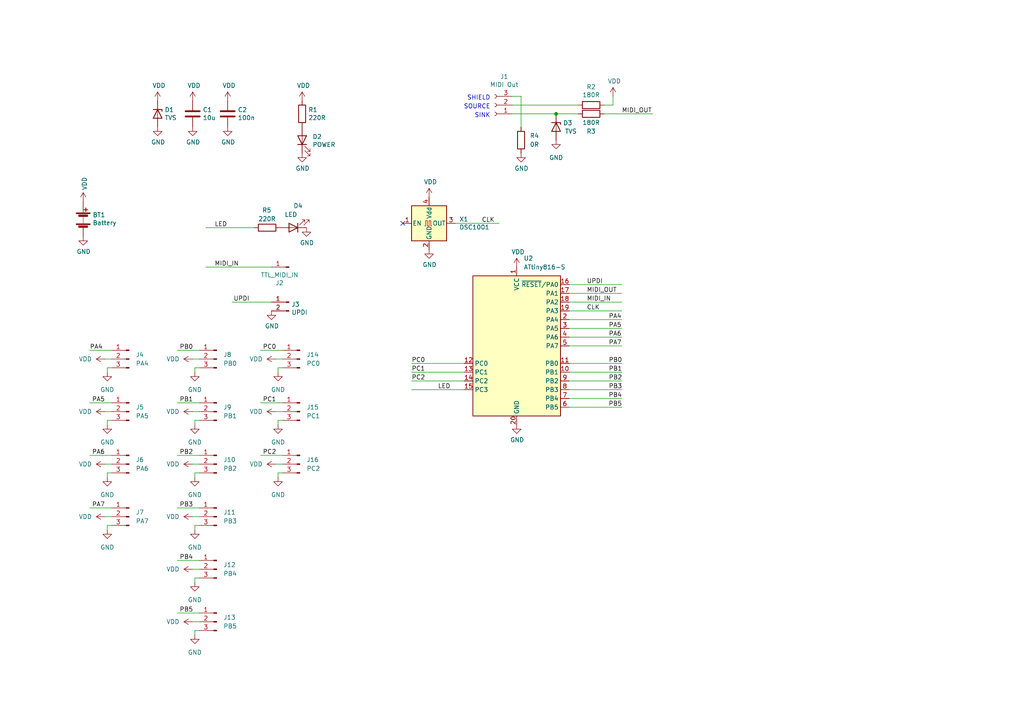
<source format=kicad_sch>
(kicad_sch (version 20211123) (generator eeschema)
  (paper "A4")
  (lib_symbols
    (symbol "Connector:Conn_01x01_Male" (pin_names (offset 1.016) hide)
      (property "Reference" "J" (at 0 2.54 0))
      (property "Value" "Conn_01x01_Male" (at 0 -2.54 0))
      (symbol "Conn_01x01_Male_1_1"
        (polyline (pts (xy 1.27 0) (xy 0.8636 0)) (stroke (width 0.1524)))
        (rectangle (start 0.8636 0.127) (end 0 -0.127) (stroke (width 0.1524)) (fill (type outline)))
        (pin passive line (at 5.08 0 180) (length 3.81) (name "Pin_1") (number "1"))
      )
    )
    (symbol "Connector:Conn_01x02_Male" (pin_names (offset 1.016) hide)
      (property "Reference" "J" (at 0 2.54 0))
      (property "Value" "Conn_01x02_Male" (at 0 -5.08 0))
      (symbol "Conn_01x02_Male_1_1"
        (polyline (pts (xy 1.27 -2.54) (xy 0.8636 -2.54)) (stroke (width 0.1524)))
        (polyline (pts (xy 1.27 0) (xy 0.8636 0)) (stroke (width 0.1524)))
        (rectangle (start 0.8636 -2.413) (end 0 -2.667) (stroke (width 0.1524)) (fill (type outline)))
        (rectangle (start 0.8636 0.127) (end 0 -0.127) (stroke (width 0.1524)) (fill (type outline)))
        (pin passive line (at 5.08 0 180) (length 3.81) (name "Pin_1") (number "1"))
        (pin passive line (at 5.08 -2.54 180) (length 3.81) (name "Pin_2") (number "2"))
      )
    )
    (symbol "Connector:Conn_01x03_Female" (pin_names (offset 1.016) hide)
      (property "Reference" "J" (at 0 5.08 0))
      (property "Value" "Conn_01x03_Female" (at 0 -5.08 0))
      (symbol "Conn_01x03_Female_1_1"
        (arc (start 0 -2.032) (mid -0.508 -2.54) (end 0 -3.048) (stroke (width 0.1524)))
        (polyline (pts (xy -1.27 -2.54) (xy -0.508 -2.54)) (stroke (width 0.1524)))
        (polyline (pts (xy -1.27 0) (xy -0.508 0)) (stroke (width 0.1524)))
        (polyline (pts (xy -1.27 2.54) (xy -0.508 2.54)) (stroke (width 0.1524)))
        (arc (start 0 0.508) (mid -0.508 0) (end 0 -0.508) (stroke (width 0.1524)))
        (arc (start 0 3.048) (mid -0.508 2.54) (end 0 2.032) (stroke (width 0.1524)))
        (pin passive line (at -5.08 2.54 0) (length 3.81) (name "Pin_1") (number "1"))
        (pin passive line (at -5.08 0 0) (length 3.81) (name "Pin_2") (number "2"))
        (pin passive line (at -5.08 -2.54 0) (length 3.81) (name "Pin_3") (number "3"))
      )
    )
    (symbol "Connector:Conn_01x03_Male" (pin_names (offset 1.016) hide)
      (property "Reference" "J" (at 0 5.08 0))
      (property "Value" "Conn_01x03_Male" (at 0 -5.08 0))
      (symbol "Conn_01x03_Male_1_1"
        (polyline (pts (xy 1.27 -2.54) (xy 0.8636 -2.54)) (stroke (width 0.1524)))
        (polyline (pts (xy 1.27 0) (xy 0.8636 0)) (stroke (width 0.1524)))
        (polyline (pts (xy 1.27 2.54) (xy 0.8636 2.54)) (stroke (width 0.1524)))
        (rectangle (start 0.8636 -2.413) (end 0 -2.667) (stroke (width 0.1524)) (fill (type outline)))
        (rectangle (start 0.8636 0.127) (end 0 -0.127) (stroke (width 0.1524)) (fill (type outline)))
        (rectangle (start 0.8636 2.667) (end 0 2.413) (stroke (width 0.1524)) (fill (type outline)))
        (pin passive line (at 5.08 2.54 180) (length 3.81) (name "Pin_1") (number "1"))
        (pin passive line (at 5.08 0 180) (length 3.81) (name "Pin_2") (number "2"))
        (pin passive line (at 5.08 -2.54 180) (length 3.81) (name "Pin_3") (number "3"))
      )
    )
    (symbol "Device:Battery" (pin_numbers hide) (pin_names (offset 0) hide)
      (property "Reference" "BT" (at 2.54 2.54 0))
      (property "Value" "Battery" (at 2.54 0 0))
      (symbol "Battery_0_1"
        (rectangle (start -2.032 -1.397) (end 2.032 -1.651) (fill (type outline)))
        (rectangle (start -2.032 1.778) (end 2.032 1.524) (fill (type outline)))
        (rectangle (start -1.3208 -1.9812) (end 1.27 -2.4892) (fill (type outline)))
        (rectangle (start -1.3208 1.1938) (end 1.27 0.6858) (fill (type outline)))
        (polyline (pts (xy 0 -1.524) (xy 0 -1.27)))
        (polyline (pts (xy 0 -1.016) (xy 0 -0.762)))
        (polyline (pts (xy 0 -0.508) (xy 0 -0.254)))
        (polyline (pts (xy 0 0) (xy 0 0.254)))
        (polyline (pts (xy 0 0.508) (xy 0 0.762)))
        (polyline (pts (xy 0 1.778) (xy 0 2.54)))
        (polyline (pts (xy 0.254 2.667) (xy 1.27 2.667)) (stroke (width 0.254)))
        (polyline (pts (xy 0.762 3.175) (xy 0.762 2.159)) (stroke (width 0.254)))
      )
      (symbol "Battery_1_1"
        (pin passive line (at 0 5.08 270) (length 2.54) (name "+") (number "1"))
        (pin passive line (at 0 -5.08 90) (length 2.54) (name "-") (number "2"))
      )
    )
    (symbol "Device:C" (pin_numbers hide) (pin_names (offset 0.254))
      (property "Reference" "C" (at 0.635 2.54 0))
      (property "Value" "C" (at 0.635 -2.54 0))
      (symbol "C_0_1"
        (polyline (pts (xy -2.032 -0.762) (xy 2.032 -0.762)) (stroke (width 0.508)))
        (polyline (pts (xy -2.032 0.762) (xy 2.032 0.762)) (stroke (width 0.508)))
      )
      (symbol "C_1_1"
        (pin passive line (at 0 3.81 270) (length 2.794) (name "~") (number "1"))
        (pin passive line (at 0 -3.81 90) (length 2.794) (name "~") (number "2"))
      )
    )
    (symbol "Device:D_Zener" (pin_numbers hide) (pin_names (offset 1.016) hide)
      (property "Reference" "D" (at 0 2.54 0))
      (property "Value" "D_Zener" (at 0 -2.54 0))
      (symbol "D_Zener_0_1"
        (polyline (pts (xy 1.27 0) (xy -1.27 0)))
        (polyline (pts (xy -1.27 -1.27) (xy -1.27 1.27) (xy -0.762 1.27)) (stroke (width 0.254)))
        (polyline (pts (xy 1.27 -1.27) (xy 1.27 1.27) (xy -1.27 0) (xy 1.27 -1.27)) (stroke (width 0.254)))
      )
      (symbol "D_Zener_1_1"
        (pin passive line (at -3.81 0 0) (length 2.54) (name "K") (number "1"))
        (pin passive line (at 3.81 0 180) (length 2.54) (name "A") (number "2"))
      )
    )
    (symbol "Device:LED" (pin_numbers hide) (pin_names (offset 1.016) hide)
      (property "Reference" "D" (at 0 2.54 0))
      (property "Value" "LED" (at 0 -2.54 0))
      (symbol "LED_0_1"
        (polyline (pts (xy -1.27 -1.27) (xy -1.27 1.27)) (stroke (width 0.254)))
        (polyline (pts (xy -1.27 0) (xy 1.27 0)))
        (polyline (pts (xy 1.27 -1.27) (xy 1.27 1.27) (xy -1.27 0) (xy 1.27 -1.27)) (stroke (width 0.254)))
        (polyline (pts (xy -3.048 -0.762) (xy -4.572 -2.286) (xy -3.81 -2.286) (xy -4.572 -2.286) (xy -4.572 -1.524)))
        (polyline (pts (xy -1.778 -0.762) (xy -3.302 -2.286) (xy -2.54 -2.286) (xy -3.302 -2.286) (xy -3.302 -1.524)))
      )
      (symbol "LED_1_1"
        (pin passive line (at -3.81 0 0) (length 2.54) (name "K") (number "1"))
        (pin passive line (at 3.81 0 180) (length 2.54) (name "A") (number "2"))
      )
    )
    (symbol "Device:R" (pin_numbers hide) (pin_names (offset 0))
      (property "Reference" "R" (at 2.032 0 90))
      (property "Value" "R" (at 0 0 90))
      (symbol "R_0_1"
        (rectangle (start -1.016 -2.54) (end 1.016 2.54) (stroke (width 0.254)))
      )
      (symbol "R_1_1"
        (pin passive line (at 0 3.81 270) (length 1.27) (name "~") (number "1"))
        (pin passive line (at 0 -3.81 90) (length 1.27) (name "~") (number "2"))
      )
    )
    (symbol "MCU_Microchip_ATtiny:ATtiny816-S"
      (property "Reference" "U" (at -12.7 21.59 0))
      (property "Value" "ATtiny816-S" (at 2.54 -21.59 0))
      (symbol "ATtiny816-S_0_1"
        (rectangle (start -12.7 -20.32) (end 12.7 20.32) (stroke (width 0.254)) (fill (type background)))
      )
      (symbol "ATtiny816-S_1_1"
        (pin power_in line (at 0 22.86 270) (length 2.54) (name "VCC") (number "1"))
        (pin bidirectional line (at 15.24 -7.62 180) (length 2.54) (name "PB1") (number "10"))
        (pin bidirectional line (at 15.24 -5.08 180) (length 2.54) (name "PB0") (number "11"))
        (pin bidirectional line (at -15.24 -5.08 0) (length 2.54) (name "PC0") (number "12"))
        (pin bidirectional line (at -15.24 -7.62 0) (length 2.54) (name "PC1") (number "13"))
        (pin bidirectional line (at -15.24 -10.16 0) (length 2.54) (name "PC2") (number "14"))
        (pin bidirectional line (at -15.24 -12.7 0) (length 2.54) (name "PC3") (number "15"))
        (pin bidirectional line (at 15.24 17.78 180) (length 2.54) (name "~{RESET}/PA0") (number "16"))
        (pin bidirectional line (at 15.24 15.24 180) (length 2.54) (name "PA1") (number "17"))
        (pin bidirectional line (at 15.24 12.7 180) (length 2.54) (name "PA2") (number "18"))
        (pin bidirectional line (at 15.24 10.16 180) (length 2.54) (name "PA3") (number "19"))
        (pin bidirectional line (at 15.24 7.62 180) (length 2.54) (name "PA4") (number "2"))
        (pin power_in line (at 0 -22.86 90) (length 2.54) (name "GND") (number "20"))
        (pin bidirectional line (at 15.24 5.08 180) (length 2.54) (name "PA5") (number "3"))
        (pin bidirectional line (at 15.24 2.54 180) (length 2.54) (name "PA6") (number "4"))
        (pin bidirectional line (at 15.24 0 180) (length 2.54) (name "PA7") (number "5"))
        (pin bidirectional line (at 15.24 -17.78 180) (length 2.54) (name "PB5") (number "6"))
        (pin bidirectional line (at 15.24 -15.24 180) (length 2.54) (name "PB4") (number "7"))
        (pin bidirectional line (at 15.24 -12.7 180) (length 2.54) (name "PB3") (number "8"))
        (pin bidirectional line (at 15.24 -10.16 180) (length 2.54) (name "PB2") (number "9"))
      )
    )
    (symbol "Oscillator:ASE-xxxMHz" (pin_names (offset 0.254))
      (property "Reference" "X" (at -5.08 6.35 0))
      (property "Value" "ASE-xxxMHz" (at 1.27 -6.35 0))
      (symbol "ASE-xxxMHz_0_1"
        (rectangle (start -5.08 5.08) (end 5.08 -5.08) (stroke (width 0.254)) (fill (type background)))
        (polyline (pts (xy -1.27 -0.762) (xy -1.016 -0.762) (xy -1.016 0.762) (xy -0.508 0.762) (xy -0.508 -0.762) (xy 0 -0.762) (xy 0 0.762) (xy 0.508 0.762) (xy 0.508 -0.762) (xy 0.762 -0.762)))
      )
      (symbol "ASE-xxxMHz_1_1"
        (pin input line (at -7.62 0 0) (length 2.54) (name "EN") (number "1"))
        (pin power_in line (at 0 -7.62 90) (length 2.54) (name "GND") (number "2"))
        (pin output line (at 7.62 0 180) (length 2.54) (name "OUT") (number "3"))
        (pin power_in line (at 0 7.62 270) (length 2.54) (name "Vdd") (number "4"))
      )
    )
    (symbol "power:GND" (power) (pin_names (offset 0))
      (property "Value" "GND" (at 0 -3.81 0))
      (symbol "GND_0_1"
        (polyline (pts (xy 0 0) (xy 0 -1.27) (xy 1.27 -1.27) (xy 0 -2.54) (xy -1.27 -1.27) (xy 0 -1.27)))
      )
      (symbol "GND_1_1"
        (pin power_in line (at 0 0 270) (length 0) hide (name "GND") (number "1"))
      )
    )
    (symbol "power:VDD" (power) (pin_names (offset 0))
      (property "Value" "VDD" (at 0 3.81 0))
      (symbol "VDD_0_1"
        (polyline (pts (xy -0.762 1.27) (xy 0 2.54)))
        (polyline (pts (xy 0 0) (xy 0 2.54)))
        (polyline (pts (xy 0 2.54) (xy 0.762 1.27)))
      )
      (symbol "VDD_1_1"
        (pin power_in line (at 0 0 90) (length 0) hide (name "VDD") (number "1"))
      )
    )
  )
  (junction (at 161.29 33.02))
  (no_connect (at 116.84 64.77))
  (wire (pts (xy 56.515 167.64) (xy 57.785 167.64)))
  (wire (pts (xy 51.435 177.8) (xy 57.785 177.8)))
  (wire (pts (xy 165.1 92.71) (xy 180.34 92.71)))
  (wire (pts (xy 161.29 33.02) (xy 167.64 33.02)))
  (wire (pts (xy 175.26 30.48) (xy 177.8 30.48)))
  (wire (pts (xy 80.645 106.68) (xy 81.915 106.68)))
  (wire (pts (xy 119.38 107.95) (xy 134.62 107.95)))
  (wire (pts (xy 55.88 180.34) (xy 57.785 180.34)))
  (wire (pts (xy 56.515 152.4) (xy 57.785 152.4)))
  (wire (pts (xy 73.66 66.04) (xy 59.69 66.04)))
  (wire (pts (xy 165.1 118.11) (xy 180.34 118.11)))
  (wire (pts (xy 31.115 123.19) (xy 31.115 121.92)))
  (wire (pts (xy 56.515 106.68) (xy 57.785 106.68)))
  (wire (pts (xy 55.88 149.86) (xy 57.785 149.86)))
  (wire (pts (xy 165.1 115.57) (xy 180.34 115.57)))
  (wire (pts (xy 26.035 116.84) (xy 32.385 116.84)))
  (wire (pts (xy 26.035 101.6) (xy 32.385 101.6)))
  (wire (pts (xy 148.59 27.94) (xy 151.13 27.94)))
  (wire (pts (xy 56.515 137.16) (xy 57.785 137.16)))
  (wire (pts (xy 165.1 95.25) (xy 180.34 95.25)))
  (wire (pts (xy 78.74 87.63) (xy 67.31 87.63)))
  (wire (pts (xy 31.115 107.95) (xy 31.115 106.68)))
  (wire (pts (xy 165.1 90.17) (xy 180.34 90.17)))
  (wire (pts (xy 80.645 138.43) (xy 80.645 137.16)))
  (wire (pts (xy 51.435 162.56) (xy 57.785 162.56)))
  (wire (pts (xy 31.115 137.16) (xy 32.385 137.16)))
  (wire (pts (xy 56.515 138.43) (xy 56.515 137.16)))
  (wire (pts (xy 165.1 113.03) (xy 180.34 113.03)))
  (wire (pts (xy 165.1 110.49) (xy 180.34 110.49)))
  (wire (pts (xy 119.38 105.41) (xy 134.62 105.41)))
  (wire (pts (xy 80.01 104.14) (xy 81.915 104.14)))
  (wire (pts (xy 78.74 77.47) (xy 59.69 77.47)))
  (wire (pts (xy 51.435 147.32) (xy 57.785 147.32)))
  (wire (pts (xy 26.035 132.08) (xy 32.385 132.08)))
  (wire (pts (xy 165.1 85.09) (xy 180.34 85.09)))
  (wire (pts (xy 75.565 116.84) (xy 81.915 116.84)))
  (wire (pts (xy 56.515 107.95) (xy 56.515 106.68)))
  (wire (pts (xy 51.435 116.84) (xy 57.785 116.84)))
  (wire (pts (xy 55.88 119.38) (xy 57.785 119.38)))
  (wire (pts (xy 165.1 105.41) (xy 180.34 105.41)))
  (wire (pts (xy 30.48 104.14) (xy 32.385 104.14)))
  (wire (pts (xy 30.48 149.86) (xy 32.385 149.86)))
  (wire (pts (xy 165.1 87.63) (xy 180.34 87.63)))
  (wire (pts (xy 119.38 110.49) (xy 134.62 110.49)))
  (wire (pts (xy 30.48 134.62) (xy 32.385 134.62)))
  (wire (pts (xy 75.565 132.08) (xy 81.915 132.08)))
  (wire (pts (xy 56.515 184.15) (xy 56.515 182.88)))
  (wire (pts (xy 26.035 147.32) (xy 32.385 147.32)))
  (wire (pts (xy 165.1 107.95) (xy 180.34 107.95)))
  (wire (pts (xy 56.515 168.91) (xy 56.515 167.64)))
  (wire (pts (xy 148.59 30.48) (xy 167.64 30.48)))
  (wire (pts (xy 56.515 121.92) (xy 57.785 121.92)))
  (wire (pts (xy 56.515 123.19) (xy 56.515 121.92)))
  (wire (pts (xy 31.115 138.43) (xy 31.115 137.16)))
  (wire (pts (xy 31.115 152.4) (xy 32.385 152.4)))
  (wire (pts (xy 31.115 153.67) (xy 31.115 152.4)))
  (wire (pts (xy 165.1 82.55) (xy 180.34 82.55)))
  (wire (pts (xy 165.1 100.33) (xy 180.34 100.33)))
  (wire (pts (xy 177.8 27.94) (xy 177.8 30.48)))
  (wire (pts (xy 119.38 113.03) (xy 134.62 113.03)))
  (wire (pts (xy 55.88 165.1) (xy 57.785 165.1)))
  (wire (pts (xy 56.515 182.88) (xy 57.785 182.88)))
  (wire (pts (xy 51.435 132.08) (xy 57.785 132.08)))
  (wire (pts (xy 55.88 104.14) (xy 57.785 104.14)))
  (wire (pts (xy 80.645 137.16) (xy 81.915 137.16)))
  (wire (pts (xy 51.435 101.6) (xy 57.785 101.6)))
  (wire (pts (xy 31.115 121.92) (xy 32.385 121.92)))
  (wire (pts (xy 148.59 33.02) (xy 161.29 33.02)))
  (wire (pts (xy 31.115 106.68) (xy 32.385 106.68)))
  (wire (pts (xy 80.645 121.92) (xy 81.915 121.92)))
  (wire (pts (xy 165.1 97.79) (xy 180.34 97.79)))
  (wire (pts (xy 30.48 119.38) (xy 32.385 119.38)))
  (wire (pts (xy 56.515 153.67) (xy 56.515 152.4)))
  (wire (pts (xy 75.565 101.6) (xy 81.915 101.6)))
  (wire (pts (xy 151.13 27.94) (xy 151.13 36.83)))
  (wire (pts (xy 80.01 119.38) (xy 81.915 119.38)))
  (wire (pts (xy 80.645 107.95) (xy 80.645 106.68)))
  (wire (pts (xy 80.01 134.62) (xy 81.915 134.62)))
  (wire (pts (xy 175.26 33.02) (xy 189.23 33.02)))
  (wire (pts (xy 80.645 123.19) (xy 80.645 121.92)))
  (wire (pts (xy 55.88 134.62) (xy 57.785 134.62)))
  (wire (pts (xy 132.08 64.77) (xy 144.78 64.77)))
  (text "SOURCE" (at 142.24 31.75 180) (effects (font (size 1.27 1.27)) (justify right bottom)))
  (text "SHIELD" (at 142.24 29.21 180) (effects (font (size 1.27 1.27)) (justify right bottom)))
  (text "SINK" (at 142.24 34.29 180) (effects (font (size 1.27 1.27)) (justify right bottom)))
  (label "PB0" (at 52.07 101.6 0))
  (label "MIDI_IN" (at 62.23 77.47 0))
  (label "PB2" (at 176.53 110.49 0))
  (label "PB1" (at 52.07 116.84 0))
  (label "CLK" (at 170.18 90.17 0))
  (label "CLK" (at 139.7 64.77 0))
  (label "LED" (at 62.23 66.04 0))
  (label "PA7" (at 176.53 100.33 0))
  (label "PA4" (at 26.035 101.6 0))
  (label "MIDI_OUT" (at 180.34 33.02 0))
  (label "PC1" (at 76.2 116.84 0))
  (label "PA7" (at 26.67 147.32 0))
  (label "MIDI_OUT" (at 170.18 85.09 0))
  (label "PC1" (at 119.38 107.95 0))
  (label "PB2" (at 52.07 132.08 0))
  (label "PA5" (at 176.53 95.25 0))
  (label "UPDI" (at 72.39 87.63 180))
  (label "PB3" (at 52.07 147.32 0))
  (label "PA6" (at 176.53 97.79 0))
  (label "PC2" (at 119.38 110.49 0))
  (label "UPDI" (at 170.18 82.55 0))
  (label "PB4" (at 52.07 162.56 0))
  (label "PA5" (at 26.67 116.84 0))
  (label "PB1" (at 176.53 107.95 0))
  (label "MIDI_IN" (at 170.18 87.63 0))
  (label "PC0" (at 76.2 101.6 0))
  (label "PC0" (at 119.38 105.41 0))
  (label "LED" (at 127 113.03 0))
  (label "PA6" (at 26.67 132.08 0))
  (label "PB3" (at 176.53 113.03 0))
  (label "PA4" (at 176.53 92.71 0))
  (label "PB5" (at 176.4844 118.11 0))
  (label "PB4" (at 176.4844 115.57 0))
  (label "PC2" (at 76.2 132.08 0))
  (label "PB5" (at 52.07 177.8 0))
  (label "PB0" (at 176.53 105.41 0))
  (symbol (lib_id "power:GND") (at 80.645 123.19 0) (unit 1)
    (property "Reference" "#PWR047" (effects hide))
    (property "Value" "GND" (at 80.645 128.27 0))
  )
  (symbol (lib_id "power:GND") (at 149.86 123.19 0) (unit 1)
    (property "Reference" "#PWR023" (effects hide))
    (property "Value" "GND" (at 149.987 127.5842 0))
  )
  (symbol (lib_id "power:GND") (at 31.115 123.19 0) (unit 1)
    (property "Reference" "#PWR027" (effects hide))
    (property "Value" "GND" (at 31.115 128.27 0))
  )
  (symbol (lib_id "Device:D_Zener") (at 161.29 36.83 270) (unit 1)
    (property "Reference" "D3" (at 163.322 35.6616 90) (effects (justify left)))
    (property "Value" "TVS" (at 163.83 38.1 90) (effects (justify left)))
    (property "Footprint" "synth:SOD-323-handsoldering" (effects hide))
  )
  (symbol (lib_id "power:VDD") (at 45.72 29.21 0) (unit 1)
    (property "Reference" "#PWR01" (effects hide))
    (property "Value" "VDD" (at 46.101 24.8158 0))
  )
  (symbol (lib_id "power:VDD") (at 124.46 57.15 0) (unit 1)
    (property "Reference" "#PWR014" (effects hide))
    (property "Value" "VDD" (at 124.841 52.7558 0))
  )
  (symbol (lib_id "Connector:Conn_01x03_Male") (at 37.465 134.62 0) (mirror y) (unit 1)
    (property "Reference" "J6" (at 39.37 133.3499 0) (effects (justify right)))
    (property "Value" "PA6" (at 39.37 135.8899 0) (effects (justify right)))
    (property "Footprint" "Connector_PinHeader_2.54mm:PinHeader_1x03_P2.54mm_Vertical" (effects hide))
  )
  (symbol (lib_id "power:VDD") (at 80.01 134.62 90) (unit 1)
    (property "Reference" "#PWR?" (effects hide))
    (property "Value" "VDD" (at 76.2 134.6199 90) (effects (justify left)))
  )
  (symbol (lib_id "Device:R") (at 77.47 66.04 90) (unit 1)
    (property "Reference" "R5" (at 78.74 60.96 90) (effects (justify left)))
    (property "Value" "220R" (at 80.01 63.5 90) (effects (justify left)))
    (property "Footprint" "Resistor_SMD:R_0603_1608Metric_Pad0.98x0.95mm_HandSolder" (effects hide))
  )
  (symbol (lib_id "power:GND") (at 56.515 168.91 0) (unit 1)
    (property "Reference" "#PWR041" (effects hide))
    (property "Value" "GND" (at 56.515 173.99 0))
  )
  (symbol (lib_id "Oscillator:ASE-xxxMHz") (at 124.46 64.77 0) (unit 1)
    (property "Reference" "X1" (at 133.1976 63.6016 0) (effects (justify left)))
    (property "Value" "DSC1001" (at 133.1976 65.913 0) (effects (justify left)))
    (property "Footprint" "synth:DSC_1001_Oscillator_SMD_5032_4Pads" (effects hide))
    (property "Datasheet" "http://www.abracon.com/Oscillators/ASV.pdf" (effects hide))
  )
  (symbol (lib_id "Connector:Conn_01x02_Male") (at 83.82 87.63 0) (mirror y) (unit 1)
    (property "Reference" "J3" (at 84.5312 88.2904 0) (effects (justify right)))
    (property "Value" "UPDI" (at 84.5312 90.6018 0) (effects (justify right)))
    (property "Footprint" "Connector_PinHeader_2.54mm:PinHeader_1x02_P2.54mm_Vertical" (effects hide))
  )
  (symbol (lib_id "power:VDD") (at 149.86 77.47 0) (unit 1)
    (property "Reference" "#PWR020" (effects hide))
    (property "Value" "VDD" (at 150.241 73.0758 0))
  )
  (symbol (lib_id "power:GND") (at 24.13 68.58 0) (unit 1)
    (property "Reference" "#PWR018" (effects hide))
    (property "Value" "GND" (at 24.257 72.9742 0))
  )
  (symbol (lib_id "Connector:Conn_01x03_Male") (at 86.995 134.62 0) (mirror y) (unit 1)
    (property "Reference" "J16" (at 88.9 133.3499 0) (effects (justify right)))
    (property "Value" "PC2" (at 88.9 135.8899 0) (effects (justify right)))
    (property "Footprint" "Connector_PinHeader_2.54mm:PinHeader_1x03_P2.54mm_Vertical" (effects hide))
  )
  (symbol (lib_id "Device:LED") (at 87.63 40.64 90) (unit 1)
    (property "Reference" "D2" (at 90.6272 39.6494 90) (effects (justify right)))
    (property "Value" "POWER" (at 90.6272 41.9608 90) (effects (justify right)))
    (property "Footprint" "LED_THT:LED_D5.0mm" (effects hide))
  )
  (symbol (lib_id "MCU_Microchip_ATtiny:ATtiny816-S") (at 149.86 100.33 0) (unit 1)
    (property "Reference" "U2" (at 151.8794 74.93 0) (effects (justify left)))
    (property "Value" "ATtiny816-S" (at 151.8794 77.47 0) (effects (justify left)))
    (property "Footprint" "Package_SO:SOIC-20W_7.5x12.8mm_P1.27mm" (effects hide))
    (property "Datasheet" "http://ww1.microchip.com/downloads/en/DeviceDoc/40001913A.pdf" (effects hide))
  )
  (symbol (lib_id "power:GND") (at 124.46 72.39 0) (unit 1)
    (property "Reference" "#PWR019" (effects hide))
    (property "Value" "GND" (at 124.587 76.7842 0))
  )
  (symbol (lib_id "power:GND") (at 45.72 36.83 0) (unit 1)
    (property "Reference" "#PWR07" (effects hide))
    (property "Value" "GND" (at 45.847 41.2242 0))
  )
  (symbol (lib_id "Device:D_Zener") (at 45.72 33.02 270) (unit 1)
    (property "Reference" "D1" (at 47.752 31.8516 90) (effects (justify left)))
    (property "Value" "TVS" (at 47.752 34.163 90) (effects (justify left)))
    (property "Footprint" "synth:SOD-323-handsoldering" (effects hide))
  )
  (symbol (lib_id "Connector:Conn_01x03_Male") (at 62.865 104.14 0) (mirror y) (unit 1)
    (property "Reference" "J8" (at 64.77 102.8699 0) (effects (justify right)))
    (property "Value" "PB0" (at 64.77 105.4099 0) (effects (justify right)))
    (property "Footprint" "Connector_PinHeader_2.54mm:PinHeader_1x03_P2.54mm_Vertical" (effects hide))
  )
  (symbol (lib_id "power:VDD") (at 177.8 27.94 0) (unit 1)
    (property "Reference" "#PWR06" (effects hide))
    (property "Value" "VDD" (at 178.181 23.5458 0))
  )
  (symbol (lib_id "power:GND") (at 80.645 138.43 0) (unit 1)
    (property "Reference" "#PWR049" (effects hide))
    (property "Value" "GND" (at 80.645 143.51 0))
  )
  (symbol (lib_id "power:VDD") (at 30.48 104.14 90) (unit 1)
    (property "Reference" "#PWR?" (effects hide))
    (property "Value" "VDD" (at 26.67 104.1399 90) (effects (justify left)))
  )
  (symbol (lib_id "power:GND") (at 55.88 36.83 0) (unit 1)
    (property "Reference" "#PWR08" (effects hide))
    (property "Value" "GND" (at 56.007 41.2242 0))
  )
  (symbol (lib_id "power:VDD") (at 55.88 134.62 90) (unit 1)
    (property "Reference" "#PWR?" (effects hide))
    (property "Value" "VDD" (at 52.07 134.6199 90) (effects (justify left)))
  )
  (symbol (lib_id "Connector:Conn_01x03_Male") (at 62.865 149.86 0) (mirror y) (unit 1)
    (property "Reference" "J11" (at 64.77 148.5899 0) (effects (justify right)))
    (property "Value" "PB3" (at 64.77 151.1299 0) (effects (justify right)))
    (property "Footprint" "Connector_PinHeader_2.54mm:PinHeader_1x03_P2.54mm_Vertical" (effects hide))
  )
  (symbol (lib_id "Connector:Conn_01x03_Male") (at 86.995 104.14 0) (mirror y) (unit 1)
    (property "Reference" "J14" (at 88.9 102.8699 0) (effects (justify right)))
    (property "Value" "PC0" (at 88.9 105.4099 0) (effects (justify right)))
    (property "Footprint" "Connector_PinHeader_2.54mm:PinHeader_1x03_P2.54mm_Vertical" (effects hide))
  )
  (symbol (lib_id "Device:C") (at 55.88 33.02 0) (unit 1)
    (property "Reference" "C1" (at 58.801 31.8516 0) (effects (justify left)))
    (property "Value" "10u" (at 58.801 34.163 0) (effects (justify left)))
    (property "Footprint" "Capacitor_SMD:C_0805_2012Metric_Pad1.18x1.45mm_HandSolder" (effects hide))
  )
  (symbol (lib_id "Device:Battery") (at 24.13 63.5 0) (unit 1)
    (property "Reference" "BT1" (at 26.8732 62.3316 0) (effects (justify left)))
    (property "Value" "Battery" (at 26.8732 64.643 0) (effects (justify left)))
    (property "Footprint" "Connector_PinHeader_2.54mm:PinHeader_1x02_P2.54mm_Vertical" (effects hide))
  )
  (symbol (lib_id "Connector:Conn_01x03_Male") (at 62.865 165.1 0) (mirror y) (unit 1)
    (property "Reference" "J12" (at 64.77 163.8299 0) (effects (justify right)))
    (property "Value" "PB4" (at 64.77 166.3699 0) (effects (justify right)))
    (property "Footprint" "Connector_PinHeader_2.54mm:PinHeader_1x03_P2.54mm_Vertical" (effects hide))
  )
  (symbol (lib_id "power:GND") (at 161.29 40.64 0) (unit 1)
    (property "Reference" "#PWR012" (effects hide))
    (property "Value" "GND" (at 161.29 45.72 0))
  )
  (symbol (lib_id "power:GND") (at 88.9 66.04 0) (unit 1)
    (property "Reference" "#PWR017" (effects hide))
    (property "Value" "GND" (at 89.027 70.4342 0))
  )
  (symbol (lib_id "Device:R") (at 151.13 40.64 0) (unit 1)
    (property "Reference" "R4" (at 153.67 39.3699 0) (effects (justify left)))
    (property "Value" "0R" (at 153.67 41.9099 0) (effects (justify left)))
    (property "Footprint" "Resistor_SMD:R_0603_1608Metric_Pad0.98x0.95mm_HandSolder" (effects hide))
  )
  (symbol (lib_id "power:VDD") (at 24.13 58.42 0) (unit 1)
    (property "Reference" "#PWR015" (effects hide))
    (property "Value" "VDD" (at 24.511 55.1688 90) (effects (justify left)))
  )
  (symbol (lib_id "power:GND") (at 56.515 123.19 0) (unit 1)
    (property "Reference" "#PWR035" (effects hide))
    (property "Value" "GND" (at 56.515 128.27 0))
  )
  (symbol (lib_id "Device:R") (at 171.45 30.48 270) (unit 1)
    (property "Reference" "R2" (at 171.45 25.2222 90))
    (property "Value" "180R" (at 171.45 27.5336 90))
    (property "Footprint" "Resistor_SMD:R_0603_1608Metric_Pad0.98x0.95mm_HandSolder" (effects hide))
  )
  (symbol (lib_id "Connector:Conn_01x03_Male") (at 37.465 119.38 0) (mirror y) (unit 1)
    (property "Reference" "J5" (at 39.37 118.1099 0) (effects (justify right)))
    (property "Value" "PA5" (at 39.37 120.6499 0) (effects (justify right)))
    (property "Footprint" "Connector_PinHeader_2.54mm:PinHeader_1x03_P2.54mm_Vertical" (effects hide))
  )
  (symbol (lib_id "power:GND") (at 78.74 90.17 0) (unit 1)
    (property "Reference" "#PWR021" (effects hide))
    (property "Value" "GND" (at 78.867 94.5642 0))
  )
  (symbol (lib_id "power:VDD") (at 66.04 29.21 0) (unit 1)
    (property "Reference" "#PWR03" (effects hide))
    (property "Value" "VDD" (at 66.421 24.8158 0))
  )
  (symbol (lib_id "Connector:Conn_01x03_Male") (at 62.865 119.38 0) (mirror y) (unit 1)
    (property "Reference" "J9" (at 64.77 118.1099 0) (effects (justify right)))
    (property "Value" "PB1" (at 64.77 120.6499 0) (effects (justify right)))
    (property "Footprint" "Connector_PinHeader_2.54mm:PinHeader_1x03_P2.54mm_Vertical" (effects hide))
  )
  (symbol (lib_id "power:GND") (at 56.515 138.43 0) (unit 1)
    (property "Reference" "#PWR037" (effects hide))
    (property "Value" "GND" (at 56.515 143.51 0))
  )
  (symbol (lib_id "power:GND") (at 80.645 107.95 0) (unit 1)
    (property "Reference" "#PWR045" (effects hide))
    (property "Value" "GND" (at 80.645 113.03 0))
  )
  (symbol (lib_id "power:VDD") (at 55.88 149.86 90) (unit 1)
    (property "Reference" "#PWR?" (effects hide))
    (property "Value" "VDD" (at 52.07 149.8599 90) (effects (justify left)))
  )
  (symbol (lib_id "power:VDD") (at 55.88 104.14 90) (unit 1)
    (property "Reference" "#PWR?" (effects hide))
    (property "Value" "VDD" (at 52.07 104.1399 90) (effects (justify left)))
  )
  (symbol (lib_id "Connector:Conn_01x03_Male") (at 62.865 180.34 0) (mirror y) (unit 1)
    (property "Reference" "J13" (at 64.77 179.0699 0) (effects (justify right)))
    (property "Value" "PB5" (at 64.77 181.6099 0) (effects (justify right)))
    (property "Footprint" "Connector_PinHeader_2.54mm:PinHeader_1x03_P2.54mm_Vertical" (effects hide))
  )
  (symbol (lib_id "power:VDD") (at 55.88 119.38 90) (unit 1)
    (property "Reference" "#PWR?" (effects hide))
    (property "Value" "VDD" (at 52.07 119.3799 90) (effects (justify left)))
  )
  (symbol (lib_id "power:GND") (at 31.115 153.67 0) (unit 1)
    (property "Reference" "#PWR031" (effects hide))
    (property "Value" "GND" (at 31.115 158.75 0))
  )
  (symbol (lib_id "power:VDD") (at 30.48 119.38 90) (unit 1)
    (property "Reference" "#PWR?" (effects hide))
    (property "Value" "VDD" (at 26.67 119.3799 90) (effects (justify left)))
  )
  (symbol (lib_id "power:VDD") (at 80.01 104.14 90) (unit 1)
    (property "Reference" "#PWR?" (effects hide))
    (property "Value" "VDD" (at 76.2 104.1399 90) (effects (justify left)))
  )
  (symbol (lib_id "power:VDD") (at 87.63 29.21 0) (unit 1)
    (property "Reference" "#PWR05" (effects hide))
    (property "Value" "VDD" (at 88.011 24.8158 0))
  )
  (symbol (lib_id "Connector:Conn_01x03_Male") (at 62.865 134.62 0) (mirror y) (unit 1)
    (property "Reference" "J10" (at 64.77 133.3499 0) (effects (justify right)))
    (property "Value" "PB2" (at 64.77 135.8899 0) (effects (justify right)))
    (property "Footprint" "Connector_PinHeader_2.54mm:PinHeader_1x03_P2.54mm_Vertical" (effects hide))
  )
  (symbol (lib_id "power:GND") (at 56.515 153.67 0) (unit 1)
    (property "Reference" "#PWR039" (effects hide))
    (property "Value" "GND" (at 56.515 158.75 0))
  )
  (symbol (lib_id "power:GND") (at 31.115 138.43 0) (unit 1)
    (property "Reference" "#PWR029" (effects hide))
    (property "Value" "GND" (at 31.115 143.51 0))
  )
  (symbol (lib_id "Connector:Conn_01x01_Male") (at 83.82 77.47 180) (unit 1)
    (property "Reference" "J2" (at 81.0768 82.0674 0))
    (property "Value" "TTL_MIDI_IN" (at 81.0768 79.756 0))
    (property "Footprint" "Connector_PinHeader_2.54mm:PinHeader_1x01_P2.54mm_Vertical" (effects hide))
  )
  (symbol (lib_id "power:VDD") (at 55.88 29.21 0) (unit 1)
    (property "Reference" "#PWR02" (effects hide))
    (property "Value" "VDD" (at 56.261 24.8158 0))
  )
  (symbol (lib_id "power:VDD") (at 55.88 165.1 90) (unit 1)
    (property "Reference" "#PWR?" (effects hide))
    (property "Value" "VDD" (at 52.07 165.0999 90) (effects (justify left)))
  )
  (symbol (lib_id "Device:R") (at 87.63 33.02 0) (unit 1)
    (property "Reference" "R1" (at 89.408 31.8516 0) (effects (justify left)))
    (property "Value" "220R" (at 89.408 34.163 0) (effects (justify left)))
    (property "Footprint" "Resistor_SMD:R_0603_1608Metric_Pad0.98x0.95mm_HandSolder" (effects hide))
  )
  (symbol (lib_id "Device:LED") (at 85.09 66.04 180) (unit 1)
    (property "Reference" "D4" (at 85.09 59.69 0) (effects (justify right)))
    (property "Value" "LED" (at 82.55 62.23 0) (effects (justify right)))
    (property "Footprint" "LED_THT:LED_D5.0mm" (effects hide))
  )
  (symbol (lib_id "power:GND") (at 151.13 44.45 0) (unit 1)
    (property "Reference" "#PWR013" (effects hide))
    (property "Value" "GND" (at 151.257 48.8442 0))
  )
  (symbol (lib_id "power:GND") (at 56.515 184.15 0) (unit 1)
    (property "Reference" "#PWR043" (effects hide))
    (property "Value" "GND" (at 56.515 189.23 0))
  )
  (symbol (lib_id "power:GND") (at 56.515 107.95 0) (unit 1)
    (property "Reference" "#PWR033" (effects hide))
    (property "Value" "GND" (at 56.515 113.03 0))
  )
  (symbol (lib_id "power:VDD") (at 30.48 149.86 90) (unit 1)
    (property "Reference" "#PWR?" (effects hide))
    (property "Value" "VDD" (at 26.67 149.8599 90) (effects (justify left)))
  )
  (symbol (lib_id "Connector:Conn_01x03_Female") (at 143.51 30.48 180) (unit 1)
    (property "Reference" "J1" (at 146.2532 22.225 0))
    (property "Value" "MIDI Out" (at 146.2532 24.5364 0))
    (property "Footprint" "Connector_PinHeader_2.54mm:PinHeader_1x03_P2.54mm_Vertical" (effects hide))
  )
  (symbol (lib_id "Connector:Conn_01x03_Male") (at 86.995 119.38 0) (mirror y) (unit 1)
    (property "Reference" "J15" (at 88.9 118.1099 0) (effects (justify right)))
    (property "Value" "PC1" (at 88.9 120.6499 0) (effects (justify right)))
    (property "Footprint" "Connector_PinHeader_2.54mm:PinHeader_1x03_P2.54mm_Vertical" (effects hide))
  )
  (symbol (lib_id "power:GND") (at 87.63 44.45 0) (unit 1)
    (property "Reference" "#PWR011" (effects hide))
    (property "Value" "GND" (at 87.757 48.8442 0))
  )
  (symbol (lib_id "Connector:Conn_01x03_Male") (at 37.465 149.86 0) (mirror y) (unit 1)
    (property "Reference" "J7" (at 39.37 148.5899 0) (effects (justify right)))
    (property "Value" "PA7" (at 39.37 151.1299 0) (effects (justify right)))
    (property "Footprint" "Connector_PinHeader_2.54mm:PinHeader_1x03_P2.54mm_Vertical" (effects hide))
  )
  (symbol (lib_id "power:GND") (at 31.115 107.95 0) (unit 1)
    (property "Reference" "#PWR025" (effects hide))
    (property "Value" "GND" (at 31.115 113.03 0))
  )
  (symbol (lib_id "power:VDD") (at 30.48 134.62 90) (unit 1)
    (property "Reference" "#PWR?" (effects hide))
    (property "Value" "VDD" (at 26.67 134.6199 90) (effects (justify left)))
  )
  (symbol (lib_id "power:GND") (at 66.04 36.83 0) (unit 1)
    (property "Reference" "#PWR09" (effects hide))
    (property "Value" "GND" (at 66.167 41.2242 0))
  )
  (symbol (lib_id "Device:C") (at 66.04 33.02 0) (unit 1)
    (property "Reference" "C2" (at 68.961 31.8516 0) (effects (justify left)))
    (property "Value" "100n" (at 68.961 34.163 0) (effects (justify left)))
    (property "Footprint" "Capacitor_SMD:C_0603_1608Metric_Pad1.08x0.95mm_HandSolder" (effects hide))
  )
  (symbol (lib_id "Connector:Conn_01x03_Male") (at 37.465 104.14 0) (mirror y) (unit 1)
    (property "Reference" "J4" (at 39.37 102.8699 0) (effects (justify right)))
    (property "Value" "PA4" (at 39.37 105.4099 0) (effects (justify right)))
    (property "Footprint" "Connector_PinHeader_2.54mm:PinHeader_1x03_P2.54mm_Vertical" (effects hide))
  )
  (symbol (lib_id "Device:R") (at 171.45 33.02 90) (mirror x) (unit 1)
    (property "Reference" "R3" (at 171.45 38.1 90))
    (property "Value" "180R" (at 171.45 35.56 90))
    (property "Footprint" "Resistor_SMD:R_0603_1608Metric_Pad0.98x0.95mm_HandSolder" (effects hide))
  )
  (symbol (lib_id "power:VDD") (at 80.01 119.38 90) (unit 1)
    (property "Reference" "#PWR?" (effects hide))
    (property "Value" "VDD" (at 76.2 119.3799 90) (effects (justify left)))
  )
  (symbol (lib_id "power:VDD") (at 55.88 180.34 90) (unit 1)
    (property "Reference" "#PWR?" (effects hide))
    (property "Value" "VDD" (at 52.07 180.3399 90) (effects (justify left)))
  )
)
</source>
